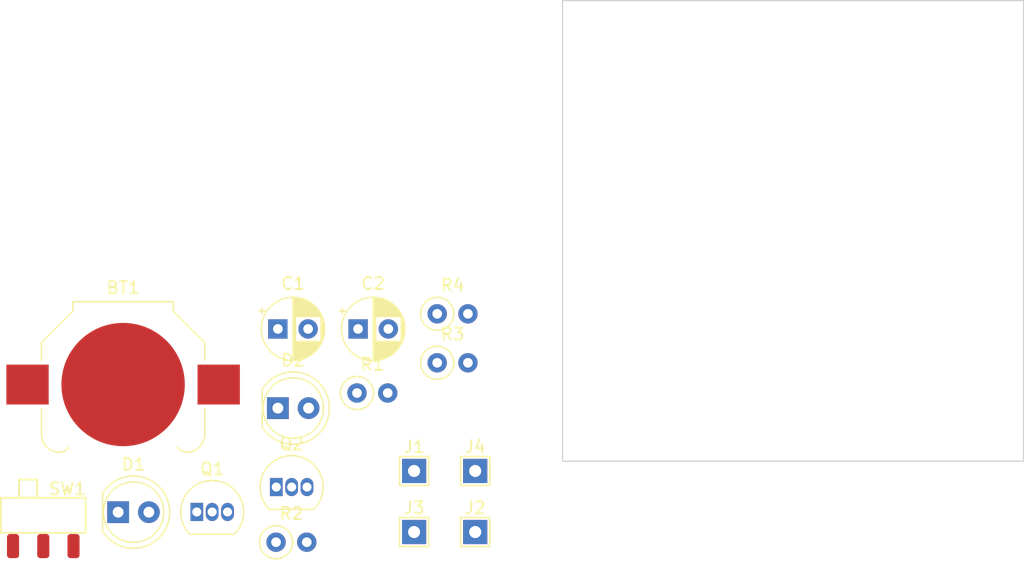
<source format=kicad_pcb>
(kicad_pcb (version 20211014) (generator pcbnew)
  (layers (0 "F.Cu" signal) (31 "B.Cu" signal) (34 "B.Paste" user) (35 "F.Paste" user) (36 "B.SilkS" user "B.Silkscreen") (37 "F.SilkS" user "F.Silkscreen") (38 "B.Mask" user) (39 "F.Mask" user) (44 "Edge.Cuts" user))
  (net 0 "")
  (net 1 "Net-(BT1-Pad1)")
  (net 2 "GND")
  (net 3 "Net-(C1-Pad1)")
  (net 4 "Net-(C2-Pad1)")
  (net 5 "Net-(C1-Pad2)")
  (net 6 "Net-(C2-Pad2)")
  (net 7 "Net-(D1-Pad2)")
  (net 8 "Net-(D2-Pad2)")
  (net 9 "Net-(R1-Pad1)")
  (net 10 "Net-(J1-Pad1)")
  (net 11 "Net-(J4-Pad1)")
  (footprint "LED_THT:LED_D5.0mm" (layer "F.Cu") (at 135.459775 94.98)
    (fp_text reference "D1" (at 1.27 -3.96) (layer "F.SilkS"))
    (fp_text value "LED")
    (fp_line (start -1.29 -1.545) (end -1.29 1.545) (layer "F.SilkS") (width 0.12))
    (fp_arc (start -1.29 -1.54483) (mid 2.072002 -2.880433) (end 4.26 0.000462) (layer "F.SilkS") (width 0.12))
    (fp_arc (start 4.26 -0.000462) (mid 2.072002 2.880433) (end -1.29 1.54483) (layer "F.SilkS") (width 0.12))
    (fp_circle (center 1.27 0) (end 3.77 0) (layer "F.SilkS") (width 0.12) (fill none))
    (pad "1" thru_hole rect (at 0 0) (size 1.8 1.8) (drill 0.9) (layers *.Cu *.Mask) (net 5 "Net-(C1-Pad2)"))
    (pad "2" thru_hole circle (at 2.54 0) (size 1.8 1.8) (drill 0.9) (layers *.Cu *.Mask) (net 7 "Net-(D1-Pad2)"))
  )
  (footprint "Resistor_THT:R_Axial_DIN0207_L6.3mm_D2.5mm_P2.54mm_Vertical" (layer "F.Cu") (at 161.83 82.62)
    (fp_text reference "R3" (at 1.27 -2.37) (layer "F.SilkS"))
    (fp_text value "100kΩ")
    (fp_line (start 1.37 0) (end 1.44 0) (layer "F.SilkS") (width 0.12))
    (fp_circle (center 0 0) (end 1.37 0) (layer "F.SilkS") (width 0.12) (fill none))
    (pad "1" thru_hole circle (at 0 0) (size 1.6 1.6) (drill 0.8) (layers *.Cu *.Mask) (net 9 "Net-(R1-Pad1)"))
    (pad "2" thru_hole oval (at 2.54 0) (size 1.6 1.6) (drill 0.8) (layers *.Cu *.Mask) (net 4 "Net-(C2-Pad1)"))
  )
  (footprint "Capacitor_THT:CP_Radial_D5.0mm_P2.50mm" (layer "F.Cu") (at 155.289775 79.82)
    (fp_text reference "C2" (at 1.25 -3.75) (layer "F.SilkS"))
    (fp_text value "10μF")
    (fp_line (start 3.691 -0.915) (end 3.691 0.915) (layer "F.SilkS") (width 0.12))
    (fp_line (start 2.971 1.04) (end 2.971 1.937) (layer "F.SilkS") (width 0.12))
    (fp_line (start 2.611 -2.2) (end 2.611 -1.04) (layer "F.SilkS") (width 0.12))
    (fp_line (start 1.29 -2.58) (end 1.29 2.58) (layer "F.SilkS") (width 0.12))
    (fp_line (start 1.69 -2.543) (end 1.69 -1.04) (layer "F.SilkS") (width 0.12))
    (fp_line (start 2.531 -2.247) (end 2.531 -1.04) (layer "F.SilkS") (width 0.12))
    (fp_line (start 1.65 1.04) (end 1.65 2.55) (layer "F.SilkS") (width 0.12))
    (fp_line (start 1.93 -2.491) (end 1.93 -1.04) (layer "F.SilkS") (width 0.12))
    (fp_line (start 2.971 -1.937) (end 2.971 -1.04) (layer "F.SilkS") (width 0.12))
    (fp_line (start 2.611 1.04) (end 2.611 2.2) (layer "F.SilkS") (width 0.12))
    (fp_line (start 2.731 -2.122) (end 2.731 -1.04) (layer "F.SilkS") (width 0.12))
    (fp_line (start 2.091 -2.442) (end 2.091 -1.04) (layer "F.SilkS") (width 0.12))
    (fp_line (start 2.171 -2.414) (end 2.171 -1.04) (layer "F.SilkS") (width 0.12))
    (fp_line (start 2.371 1.04) (end 2.371 2.329) (layer "F.SilkS") (width 0.12))
    (fp_line (start 2.811 -2.065) (end 2.811 -1.04) (layer "F.SilkS") (width 0.12))
    (fp_line (start 1.45 -2.573) (end 1.45 2.573) (layer "F.SilkS") (width 0.12))
    (fp_line (start 3.811 -0.518) (end 3.811 0.518) (layer "F.SilkS") (width 0.12))
    (fp_line (start 1.53 1.04) (end 1.53 2.565) (layer "F.SilkS") (width 0.12))
    (fp_line (start 2.771 -2.095) (end 2.771 -1.04) (layer "F.SilkS") (width 0.12))
    (fp_line (start 2.811 1.04) (end 2.811 2.065) (layer "F.SilkS") (width 0.12))
    (fp_line (start 2.331 -2.348) (end 2.331 -1.04) (layer "F.SilkS") (width 0.12))
    (fp_line (start 1.57 1.04) (end 1.57 2.561) (layer "F.SilkS") (width 0.12))
    (fp_line (start 2.131 1.04) (end 2.131 2.428) (layer "F.SilkS") (width 0.12))
    (fp_line (start 1.41 -2.576) (end 1.41 2.576) (layer "F.SilkS") (width 0.12))
    (fp_line (start 3.491 -1.319) (end 3.491 -1.04) (layer "F.SilkS") (width 0.12))
    (fp_line (start 1.971 -2.48) (end 1.971 -1.04) (layer "F.SilkS") (width 0.12))
    (fp_line (start 3.251 -1.653) (end 3.251 -1.04) (layer "F.SilkS") (width 0.12))
    (fp_line (start 3.091 1.04) (end 3.091 1.826) (layer "F.SilkS") (width 0.12))
    (fp_line (start 3.131 -1.785) (end 3.131 -1.04) (layer "F.SilkS") (width 0.12))
    (fp_line (start 2.251 -2.382) (end 2.251 -1.04) (layer "F.SilkS") (width 0.12))
    (fp_line (start 3.531 -1.251) (end 3.531 -1.04) (layer "F.SilkS") (width 0.12))
    (fp_line (start 3.451 -1.383) (end 3.451 -1.04) (layer "F.SilkS") (width 0.12))
    (fp_line (start 2.331 1.04) (end 2.331 2.348) (layer "F.SilkS") (width 0.12))
    (fp_line (start 2.211 1.04) (end 2.211 2.398) (layer "F.SilkS") (width 0.12))
    (fp_line (start 2.651 1.04) (end 2.651 2.175) (layer "F.SilkS") (width 0.12))
    (fp_line (start 3.331 1.04) (end 3.331 1.554) (layer "F.SilkS") (width 0.12))
    (fp_line (start 1.33 -2.579) (end 1.33 2.579) (layer "F.SilkS") (width 0.12))
    (fp_line (start 2.051 -2.455) (end 2.051 -1.04) (layer "F.SilkS") (width 0.12))
    (fp_line (start 2.571 1.04) (end 2.571 2.224) (layer "F.SilkS") (width 0.12))
    (fp_line (start 3.371 1.04) (end 3.371 1.5) (layer "F.SilkS") (width 0.12))
    (fp_line (start 2.171 1.04) (end 2.171 2.414) (layer "F.SilkS") (width 0.12))
    (fp_line (start -1.554775 -1.475) (end -1.054775 -1.475) (layer "F.SilkS") (width 0.12))
    (fp_line (start 1.971 1.04) (end 1.971 2.48) (layer "F.SilkS") (width 0.12))
    (fp_line (start 1.37 -2.578) (end 1.37 2.578) (layer "F.SilkS") (width 0.12))
    (fp_line (start 2.571 -2.224) (end 2.571 -1.04) (layer "F.SilkS") (width 0.12))
    (fp_line (start 2.291 -2.365) (end 2.291 -1.04) (layer "F.SilkS") (width 0.12))
    (fp_line (start 3.211 -1.699) (end 3.211 -1.04) (layer "F.SilkS") (width 0.12))
    (fp_line (start 3.291 -1.605) (end 3.291 -1.04) (layer "F.SilkS") (width 0.12))
    (fp_line (start 1.85 -2.511) (end 1.85 -1.04) (layer "F.SilkS") (width 0.12))
    (fp_line (start 2.451 1.04) (end 2.451 2.29) (layer "F.SilkS") (width 0.12))
    (fp_line (start 2.531 1.04) (end 2.531 2.247) (layer "F.SilkS") (width 0.12))
    (fp_line (start 2.371 -2.329) (end 2.371 -1.04) (layer "F.SilkS") (width 0.12))
    (fp_line (start 1.61 1.04) (end 1.61 2.556) (layer "F.SilkS") (width 0.12))
    (fp_line (start 1.57 -2.561) (end 1.57 -1.04) (layer "F.SilkS") (width 0.12))
    (fp_line (start 3.171 -1.743) (end 3.171 -1.04) (layer "F.SilkS") (width 0.12))
    (fp_line (start 2.691 -2.149) (end 2.691 -1.04) (layer "F.SilkS") (width 0.12))
    (fp_line (start 3.011 1.04) (end 3.011 1.901) (layer "F.SilkS") (width 0.12))
    (fp_line (start 2.491 -2.268) (end 2.491 -1.04) (layer "F.SilkS") (width 0.12))
    (fp_line (start 1.25 -2.58) (end 1.25 2.58) (layer "F.SilkS") (width 0.12))
    (fp_line (start 2.091 1.04) (end 2.091 2.442) (layer "F.SilkS") (width 0.12))
    (fp_line (start 1.77 1.04) (end 1.77 2.528) (layer "F.SilkS") (width 0.12))
    (fp_line (start 3.411 -1.443) (end 3.411 -1.04) (layer "F.SilkS") (width 0.12))
    (fp_line (start 2.891 -2.004) (end 2.891 -1.04) (layer "F.SilkS") (width 0.12))
    (fp_line (start 2.051 1.04) (end 2.051 2.455) (layer "F.SilkS") (width 0.12))
    (fp_line (start 3.531 1.04) (end 3.531 1.251) (layer "F.SilkS") (width 0.12))
    (fp_line (start 3.611 -1.098) (end 3.611 1.098) (layer "F.SilkS") (width 0.12))
    (fp_line (start 2.411 1.04) (end 2.411 2.31) (layer "F.SilkS") (width 0.12))
    (fp_line (start 2.851 -2.035) (end 2.851 -1.04) (layer "F.SilkS") (width 0.12))
    (fp_line (start 2.691 1.04) (end 2.691 2.149) (layer "F.SilkS") (width 0.12))
    (fp_line (start 3.771 -0.677) (end 3.771 0.677) (layer "F.SilkS") (width 0.12))
    (fp_line (start 2.931 1.04) (end 2.931 1.971) (layer "F.SilkS") (width 0.12))
    (fp_line (start 2.131 -2.428) (end 2.131 -1.04) (layer "F.SilkS") (width 0.12))
    (fp_line (start 3.491 1.04) (end 3.491 1.319) (layer "F.SilkS") (width 0.12))
    (fp_line (start 3.171 1.04) (end 3.171 1.743) (layer "F.SilkS") (width 0.12))
    (fp_line (start 3.651 -1.011) (end 3.651 1.011) (layer "F.SilkS") (width 0.12))
    (fp_line (start 2.731 1.04) (end 2.731 2.122) (layer "F.SilkS") (width 0.12))
    (fp_line (start 3.411 1.04) (end 3.411 1.443) (layer "F.SilkS") (width 0.12))
    (fp_line (start 1.77 -2.528) (end 1.77 -1.04) (layer "F.SilkS") (width 0.12))
    (fp_line (start 1.81 -2.52) (end 1.81 -1.04) (layer "F.SilkS") (width 0.12))
    (fp_line (start -1.304775 -1.725) (end -1.304775 -1.225) (layer "F.SilkS") (width 0.12))
    (fp_line (start 1.69 1.04) (end 1.69 2.543) (layer "F.SilkS") (width 0.12))
    (fp_line (start 1.73 -2.536) (end 1.73 -1.04) (layer "F.SilkS") (width 0.12))
    (fp_line (start 3.371 -1.5) (end 3.371 -1.04) (layer "F.SilkS") (width 0.12))
    (fp_line (start 2.411 -2.31) (end 2.411 -1.04) (layer "F.SilkS") (width 0.12))
    (fp_line (start 3.851 -0.284) (end 3.851 0.284) (layer "F.SilkS") (width 0.12))
    (fp_line (start 2.451 -2.29) (end 2.451 -1.04) (layer "F.SilkS") (width 0.12))
    (fp_line (start 1.81 1.04) (end 1.81 2.52) (layer "F.SilkS") (width 0.12))
    (fp_line (start 3.571 -1.178) (end 3.571 1.178) (layer "F.SilkS") (width 0.12))
    (fp_line (start 2.491 1.04) (end 2.491 2.268) (layer "F.SilkS") (width 0.12))
    (fp_line (start 1.53 -2.565) (end 1.53 -1.04) (layer "F.SilkS") (width 0.12))
    (fp_line (start 3.051 1.04) (end 3.051 1.864) (layer "F.SilkS") (width 0.12))
    (fp_line (start 1.73 1.04) (end 1.73 2.536) (layer "F.SilkS") (width 0.12))
    (fp_line (start 2.291 1.04) (end 2.291 2.365) (layer "F.SilkS") (width 0.12))
    (fp_line (start 2.771 1.04) (end 2.771 2.095) (layer "F.SilkS") (width 0.12))
    (fp_line (start 2.211 -2.398) (end 2.211 -1.04) (layer "F.SilkS") (width 0.12))
    (fp_line (start 2.851 1.04) (end 2.851 2.035) (layer "F.SilkS") (width 0.12))
    (fp_line (start 3.331 -1.554) (end 3.331 -1.04) (layer "F.SilkS") (width 0.12))
    (fp_line (start 3.131 1.04) (end 3.131 1.785) (layer "F.SilkS") (width 0.12))
    (fp_line (start 3.091 -1.826) (end 3.091 -1.04) (layer "F.SilkS") (width 0.12))
    (fp_line (start 1.93 1.04) (end 1.93 2.491) (layer "F.SilkS") (width 0.12))
    (fp_line (start 1.49 -2.569) (end 1.49 -1.04) (layer "F.SilkS") (width 0.12))
    (fp_line (start 1.61 -2.556) (end 1.61 -1.04) (layer "F.SilkS") (width 0.12))
    (fp_line (start 2.931 -1.971) (end 2.931 -1.04) (layer "F.SilkS") (width 0.12))
    (fp_line (start 2.891 1.04) (end 2.891 2.004) (layer "F.SilkS") (width 0.12))
    (fp_line (start 2.011 -2.468) (end 2.011 -1.04) (layer "F.SilkS") (width 0.12))
    (fp_line (start 3.291 1.04) (end 3.291 1.605) (layer "F.SilkS") (width 0.12))
    (fp_line (start 1.85 1.04) (end 1.85 2.511) (layer "F.SilkS") (width 0.12))
    (fp_line (start 3.451 1.04) (end 3.451 1.383) (layer "F.SilkS") (width 0.12))
    (fp_line (start 1.49 1.04) (end 1.49 2.569) (layer "F.SilkS") (width 0.12))
    (fp_line (start 2.251 1.04) (end 2.251 2.382) (layer "F.SilkS") (width 0.12))
    (fp_line (start 1.89 -2.501) (end 1.89 -1.04) (layer "F.SilkS") (width 0.12))
    (fp_line (start 3.731 -0.805) (end 3.731 0.805) (layer "F.SilkS") (width 0.12))
    (fp_line (start 3.251 1.04) (end 3.251 1.653) (layer "F.SilkS") (width 0.12))
    (fp_line (start 3.011 -1.901) (end 3.011 -1.04) (layer "F.SilkS") (width 0.12))
    (fp_line (start 2.651 -2.175) (end 2.651 -1.04) (layer "F.SilkS") (width 0.12))
    (fp_line (start 2.011 1.04) (end 2.011 2.468) (layer "F.SilkS") (width 0.12))
    (fp_line (start 3.211 1.04) (end 3.211 1.699) (layer "F.SilkS") (width 0.12))
    (fp_line (start 3.051 -1.864) (end 3.051 -1.04) (layer "F.SilkS") (width 0.12))
    (fp_line (start 1.65 -2.55) (end 1.65 -1.04) (layer "F.SilkS") (width 0.12))
    (fp_line (start 1.89 1.04) (end 1.89 2.501) (layer "F.SilkS") (width 0.12))
    (fp_circle (center 1.25 0) (end 3.87 0) (layer "F.SilkS") (width 0.12) (fill none))
    (pad "1" thru_hole rect (at 0 0) (size 1.6 1.6) (drill 0.8) (layers *.Cu *.Mask) (net 4 "Net-(C2-Pad1)"))
    (pad "2" thru_hole circle (at 2.5 0) (size 1.6 1.6) (drill 0.8) (layers *.Cu *.Mask) (net 6 "Net-(C2-Pad2)"))
  )
  (footprint "TestPoint:TestPoint_THTPad_2.0x2.0mm_Drill1.0mm" (layer "F.Cu") (at 159.92 96.62)
    (property "Reference" "J?")
    (property "Value" "Jumper_1")
    (fp_text reference "J3" (at 0 -1.998) (layer "F.SilkS"))
    (fp_text value "Jumper_1")
    (fp_line (start 1.2 1.2) (end -1.2 1.2) (layer "F.SilkS") (width 0.12))
    (fp_line (start -1.2 -1.2) (end 1.2 -1.2) (layer "F.SilkS") (width 0.12))
    (fp_line (start 1.2 -1.2) (end 1.2 1.2) (layer "F.SilkS") (width 0.12))
    (fp_line (start -1.2 1.2) (end -1.2 -1.2) (layer "F.SilkS") (width 0.12))
    (pad "1" thru_hole rect (at 0 0) (size 2 2) (drill 1) (layers *.Cu *.Mask) (net 4 "Net-(C2-Pad1)"))
  )
  (footprint "Package_TO_SOT_THT:TO-92_Inline" (layer "F.Cu") (at 141.96 94.96)
    (fp_text reference "Q1" (at 1.27 -3.56) (layer "F.SilkS"))
    (fp_text value "2N3904")
    (fp_line (start -0.53 1.85) (end 3.07 1.85) (layer "F.SilkS") (width 0.12))
    (fp_arc (start 1.27 -2.6) (mid 3.672087 -0.994977) (end 3.108478 1.838478) (layer "F.SilkS") (width 0.12))
    (fp_arc (start -0.568478 1.838478) (mid -1.132087 -0.994977) (end 1.27 -2.6) (layer "F.SilkS") (width 0.12))
    (pad "1" thru_hole rect (at 0 0) (size 1.05 1.5) (drill 0.75) (layers *.Cu *.Mask) (net 2 "GND"))
    (pad "2" thru_hole oval (at 1.27 0) (size 1.05 1.5) (drill 0.75) (layers *.Cu *.Mask) (net 10 "Net-(J1-Pad1)"))
    (pad "3" thru_hole oval (at 2.54 0) (size 1.05 1.5) (drill 0.75) (layers *.Cu *.Mask) (net 5 "Net-(C1-Pad2)"))
  )
  (footprint "LED_THT:LED_D5.0mm" (layer "F.Cu") (at 148.659775 86.37)
    (fp_text reference "D2" (at 1.27 -3.96) (layer "F.SilkS"))
    (fp_text value "LED")
    (fp_line (start -1.29 -1.545) (end -1.29 1.545) (layer "F.SilkS") (width 0.12))
    (fp_arc (start -1.29 -1.54483) (mid 2.072002 -2.880433) (end 4.26 0.000462) (layer "F.SilkS") (width 0.12))
    (fp_arc (start 4.26 -0.000462) (mid 2.072002 2.880433) (end -1.29 1.54483) (layer "F.SilkS") (width 0.12))
    (fp_circle (center 1.27 0) (end 3.77 0) (layer "F.SilkS") (width 0.12) (fill none))
    (pad "1" thru_hole rect (at 0 0) (size 1.8 1.8) (drill 0.9) (layers *.Cu *.Mask) (net 6 "Net-(C2-Pad2)"))
    (pad "2" thru_hole circle (at 2.54 0) (size 1.8 1.8) (drill 0.9) (layers *.Cu *.Mask) (net 8 "Net-(D2-Pad2)"))
  )
  (footprint "Resistor_THT:R_Axial_DIN0207_L6.3mm_D2.5mm_P2.54mm_Vertical" (layer "F.Cu") (at 161.83 78.57)
    (fp_text reference "R4" (at 1.27 -2.37) (layer "F.SilkS"))
    (fp_text value "220Ω")
    (fp_line (start 1.37 0) (end 1.44 0) (layer "F.SilkS") (width 0.12))
    (fp_circle (center 0 0) (end 1.37 0) (layer "F.SilkS") (width 0.12) (fill none))
    (pad "1" thru_hole circle (at 0 0) (size 1.6 1.6) (drill 0.8) (layers *.Cu *.Mask) (net 9 "Net-(R1-Pad1)"))
    (pad "2" thru_hole oval (at 2.54 0) (size 1.6 1.6) (drill 0.8) (layers *.Cu *.Mask) (net 8 "Net-(D2-Pad2)"))
  )
  (footprint "Package_TO_SOT_THT:TO-92_Inline" (layer "F.Cu") (at 148.53 92.9)
    (fp_text reference "Q2" (at 1.27 -3.56) (layer "F.SilkS"))
    (fp_text value "2N3904")
    (fp_line (start -0.53 1.85) (end 3.07 1.85) (layer "F.SilkS") (width 0.12))
    (fp_arc (start 1.27 -2.6) (mid 3.672087 -0.994977) (end 3.108478 1.838478) (layer "F.SilkS") (width 0.12))
    (fp_arc (start -0.568478 1.838478) (mid -1.132087 -0.994977) (end 1.27 -2.6) (layer "F.SilkS") (width 0.12))
    (pad "1" thru_hole rect (at 0 0) (size 1.05 1.5) (drill 0.75) (layers *.Cu *.Mask) (net 2 "GND"))
    (pad "2" thru_hole oval (at 1.27 0) (size 1.05 1.5) (drill 0.75) (layers *.Cu *.Mask) (net 11 "Net-(J4-Pad1)"))
    (pad "3" thru_hole oval (at 2.54 0) (size 1.05 1.5) (drill 0.75) (layers *.Cu *.Mask) (net 6 "Net-(C2-Pad2)"))
  )
  (footprint "Battery:BatteryHolder_Keystone_3000_1x12mm" (layer "F.Cu") (at 135.87 84.42)
    (fp_text reference "BT1" (at 0 -8) (layer "F.SilkS"))
    (fp_text value "Battery_Cell")
    (fp_line (start -4.15 -6.85) (end 4.15 -6.85) (layer "F.SilkS") (width 0.12))
    (fp_line (start 4.15 -6.85) (end 4.15 -6.05) (layer "F.SilkS") (width 0.12))
    (fp_line (start -6.75 2) (end -6.75 4.1) (layer "F.SilkS") (width 0.12))
    (fp_line (start 6.75 -3.45) (end 6.75 -2) (layer "F.SilkS") (width 0.12))
    (fp_line (start 6.75 2) (end 6.75 4.1) (layer "F.SilkS") (width 0.12))
    (fp_line (start -6.75 -3.45) (end -4.15 -6.05) (layer "F.SilkS") (width 0.12))
    (fp_line (start 4.15 -6.05) (end 6.75 -3.45) (layer "F.SilkS") (width 0.12))
    (fp_line (start -4.15 -6.05) (end -4.15 -6.85) (layer "F.SilkS") (width 0.12))
    (fp_line (start -6.75 -2) (end -6.75 -3.45) (layer "F.SilkS") (width 0.12))
    (fp_arc (start -4.5 5.2) (mid -4.90584 5.514615) (end -5.414615 5.58416) (layer "F.SilkS") (width 0.12))
    (fp_arc (start 6.75 4.05) (mid 6.346016 5.125305) (end 5.3 5.6) (layer "F.SilkS") (width 0.12))
    (fp_arc (start -5.3 5.6) (mid -6.346016 5.125305) (end -6.75 4.05) (layer "F.SilkS") (width 0.12))
    (fp_arc (start 5.414615 5.58416) (mid 4.90584 5.514615) (end 4.5 5.2) (layer "F.SilkS") (width 0.12))
    (pad "1" smd rect (at 7.9 0) (size 3.5 3.3) (layers "F.Cu" "F.Paste" "F.Mask") (net 1 "Net-(BT1-Pad1)"))
    (pad "1" smd rect (at -7.9 0) (size 3.5 3.3) (layers "F.Cu" "F.Paste" "F.Mask") (net 1 "Net-(BT1-Pad1)"))
    (pad "2" smd circle (at 0 0) (size 10.2 10.2) (layers "F.Cu" "F.Mask") (net 2 "GND"))
  )
  (footprint "TestPoint:TestPoint_THTPad_2.0x2.0mm_Drill1.0mm" (layer "F.Cu") (at 164.97 91.57)
    (fp_text reference "J4" (at 0 -1.998) (layer "F.SilkS"))
    (fp_text value "Jumper_1")
    (fp_line (start 1.2 -1.2) (end 1.2 1.2) (layer "F.SilkS") (width 0.12))
    (fp_line (start -1.2 1.2) (end -1.2 -1.2) (layer "F.SilkS") (width 0.12))
    (fp_line (start -1.2 -1.2) (end 1.2 -1.2) (layer "F.SilkS") (width 0.12))
    (fp_line (start 1.2 1.2) (end -1.2 1.2) (layer "F.SilkS") (width 0.12))
    (pad "1" thru_hole rect (at 0 0) (size 2 2) (drill 1) (layers *.Cu *.Mask) (net 11 "Net-(J4-Pad1)"))
  )
  (footprint "Resistor_THT:R_Axial_DIN0207_L6.3mm_D2.5mm_P2.54mm_Vertical" (layer "F.Cu") (at 148.51 97.46)
    (fp_text reference "R2" (at 1.27 -2.37) (layer "F.SilkS"))
    (fp_text value "100kΩ")
    (fp_line (start 1.37 0) (end 1.44 0) (layer "F.SilkS") (width 0.12))
    (fp_circle (center 0 0) (end 1.37 0) (layer "F.SilkS") (width 0.12) (fill none))
    (pad "1" thru_hole circle (at 0 0) (size 1.6 1.6) (drill 0.8) (layers *.Cu *.Mask) (net 9 "Net-(R1-Pad1)"))
    (pad "2" thru_hole oval (at 2.54 0) (size 1.6 1.6) (drill 0.8) (layers *.Cu *.Mask) (net 3 "Net-(C1-Pad1)"))
  )
  (footprint "Capacitor_THT:CP_Radial_D5.0mm_P2.50mm" (layer "F.Cu") (at 148.659775 79.82)
    (fp_text reference "C1" (at 1.25 -3.75) (layer "F.SilkS"))
    (fp_text value "10μF")
    (fp_line (start 2.251 1.04) (end 2.251 2.382) (layer "F.SilkS") (width 0.12))
    (fp_line (start 3.011 -1.901) (end 3.011 -1.04) (layer "F.SilkS") (width 0.12))
    (fp_line (start 3.571 -1.178) (end 3.571 1.178) (layer "F.SilkS") (width 0.12))
    (fp_line (start 3.411 -1.443) (end 3.411 -1.04) (layer "F.SilkS") (width 0.12))
    (fp_line (start 2.971 1.04) (end 2.971 1.937) (layer "F.SilkS") (width 0.12))
    (fp_line (start 2.091 -2.442) (end 2.091 -1.04) (layer "F.SilkS") (width 0.12))
    (fp_line (start 3.131 1.04) (end 3.131 1.785) (layer "F.SilkS") (width 0.12))
    (fp_line (start 2.011 1.04) (end 2.011 2.468) (layer "F.SilkS") (width 0.12))
    (fp_line (start 2.371 -2.329) (end 2.371 -1.04) (layer "F.SilkS") (width 0.12))
    (fp_line (start 1.69 -2.543) (end 1.69 -1.04) (layer "F.SilkS") (width 0.12))
    (fp_line (start 2.051 1.04) (end 2.051 2.455) (layer "F.SilkS") (width 0.12))
    (fp_line (start 3.291 1.04) (end 3.291 1.605) (layer "F.SilkS") (width 0.12))
    (fp_line (start 1.93 -2.491) (end 1.93 -1.04) (layer "F.SilkS") (width 0.12))
    (fp_line (start 3.131 -1.785) (end 3.131 -1.04) (layer "F.SilkS") (width 0.12))
    (fp_line (start 1.33 -2.579) (end 1.33 2.579) (layer "F.SilkS") (width 0.12))
    (fp_line (start 2.931 -1.971) (end 2.931 -1.04) (layer "F.SilkS") (width 0.12))
    (fp_line (start 2.731 1.04) (end 2.731 2.122) (layer "F.SilkS") (width 0.12))
    (fp_line (start 2.211 -2.398) (end 2.211 -1.04) (layer "F.SilkS") (width 0.12))
    (fp_line (start 2.811 -2.065) (end 2.811 -1.04) (layer "F.SilkS") (width 0.12))
    (fp_line (start 1.57 -2.561) (end 1.57 -1.04) (layer "F.SilkS") (width 0.12))
    (fp_line (start 2.771 1.04) (end 2.771 2.095) (layer "F.SilkS") (width 0.12))
    (fp_line (start 1.61 1.04) (end 1.61 2.556) (layer "F.SilkS") (width 0.12))
    (fp_line (start 3.171 1.04) (end 3.171 1.743) (layer "F.SilkS") (width 0.12))
    (fp_line (start -1.554775 -1.475) (end -1.054775 -1.475) (layer "F.SilkS") (width 0.12))
    (fp_line (start 3.171 -1.743) (end 3.171 -1.04) (layer "F.SilkS") (width 0.12))
    (fp_line (start 3.291 -1.605) (end 3.291 -1.04) (layer "F.SilkS") (width 0.12))
    (fp_line (start 2.491 -2.268) (end 2.491 -1.04) (layer "F.SilkS") (width 0.12))
    (fp_line (start 1.49 1.04) (end 1.49 2.569) (layer "F.SilkS") (width 0.12))
    (fp_line (start 2.971 -1.937) (end 2.971 -1.04) (layer "F.SilkS") (width 0.12))
    (fp_line (start 1.81 1.04) (end 1.81 2.52) (layer "F.SilkS") (width 0.12))
    (fp_line (start 3.531 -1.251) (end 3.531 -1.04) (layer "F.SilkS") (width 0.12))
    (fp_line (start 3.371 1.04) (end 3.371 1.5) (layer "F.SilkS") (width 0.12))
    (fp_line (start 1.89 1.04) (end 1.89 2.501) (layer "F.SilkS") (width 0.12))
    (fp_line (start 2.371 1.04) (end 2.371 2.329) (layer "F.SilkS") (width 0.12))
    (fp_line (start 3.211 1.04) (end 3.211 1.699) (layer "F.SilkS") (width 0.12))
    (fp_line (start 2.011 -2.468) (end 2.011 -1.04) (layer "F.SilkS") (width 0.12))
    (fp_line (start 1.77 -2.528) (end 1.77 -1.04) (layer "F.SilkS") (width 0.12))
    (fp_line (start 2.211 1.04) (end 2.211 2.398) (layer "F.SilkS") (width 0.12))
    (fp_line (start 2.611 1.04) (end 2.611 2.2) (layer "F.SilkS") (width 0.12))
    (fp_line (start -1.304775 -1.725) (end -1.304775 -1.225) (layer "F.SilkS") (width 0.12))
    (fp_line (start 1.49 -2.569) (end 1.49 -1.04) (layer "F.SilkS") (width 0.12))
    (fp_line (start 1.65 -2.55) (end 1.65 -1.04) (layer "F.SilkS") (width 0.12))
    (fp_line (start 1.73 1.04) (end 1.73 2.536) (layer "F.SilkS") (width 0.12))
    (fp_line (start 2.091 1.04) (end 2.091 2.442) (layer "F.SilkS") (width 0.12))
    (fp_line (start 3.491 1.04) (end 3.491 1.319) (layer "F.SilkS") (width 0.12))
    (fp_line (start 2.131 1.04) (end 2.131 2.428) (layer "F.SilkS") (width 0.12))
    (fp_line (start 1.89 -2.501) (end 1.89 -1.04) (layer "F.SilkS") (width 0.12))
    (fp_line (start 2.531 -2.247) (end 2.531 -1.04) (layer "F.SilkS") (width 0.12))
    (fp_line (start 3.051 1.04) (end 3.051 1.864) (layer "F.SilkS") (width 0.12))
    (fp_line (start 2.571 1.04) (end 2.571 2.224) (layer "F.SilkS") (width 0.12))
    (fp_line (start 1.971 1.04) (end 1.971 2.48) (layer "F.SilkS") (width 0.12))
    (fp_line (start 2.331 -2.348) (end 2.331 -1.04) (layer "F.SilkS") (width 0.12))
    (fp_line (start 1.29 -2.58) (end 1.29 2.58) (layer "F.SilkS") (width 0.12))
    (fp_line (start 3.771 -0.677) (end 3.771 0.677) (layer "F.SilkS") (width 0.12))
    (fp_line (start 2.891 1.04) (end 2.891 2.004) (layer "F.SilkS") (width 0.12))
    (fp_line (start 3.251 -1.653) (end 3.251 -1.04) (layer "F.SilkS") (width 0.12))
    (fp_line (start 2.411 -2.31) (end 2.411 -1.04) (layer "F.SilkS") (width 0.12))
    (fp_line (start 3.451 1.04) (end 3.451 1.383) (layer "F.SilkS") (width 0.12))
    (fp_line (start 1.61 -2.556) (end 1.61 -1.04) (layer "F.SilkS") (width 0.12))
    (fp_line (start 3.491 -1.319) (end 3.491 -1.04) (layer "F.SilkS") (width 0.12))
    (fp_line (start 2.291 -2.365) (end 2.291 -1.04) (layer "F.SilkS") (width 0.12))
    (fp_line (start 2.691 -2.149) (end 2.691 -1.04) (layer "F.SilkS") (width 0.12))
    (fp_line (start 3.651 -1.011) (end 3.651 1.011) (layer "F.SilkS") (width 0.12))
    (fp_line (start 2.531 1.04) (end 2.531 2.247) (layer "F.SilkS") (width 0.12))
    (fp_line (start 3.091 1.04) (end 3.091 1.826) (layer "F.SilkS") (width 0.12))
    (fp_line (start 1.85 1.04) (end 1.85 2.511) (layer "F.SilkS") (width 0.12))
    (fp_line (start 2.411 1.04) (end 2.411 2.31) (layer "F.SilkS") (width 0.12))
    (fp_line (start 2.331 1.04) (end 2.331 2.348) (layer "F.SilkS") (width 0.12))
    (fp_line (start 2.451 1.04) (end 2.451 2.29) (layer "F.SilkS") (width 0.12))
    (fp_line (start 2.171 -2.414) (end 2.171 -1.04) (layer "F.SilkS") (width 0.12))
    (fp_line (start 2.651 1.04) (end 2.651 2.175) (layer "F.SilkS") (width 0.12))
    (fp_line (start 1.25 -2.58) (end 1.25 2.58) (layer "F.SilkS") (width 0.12))
    (fp_line (start 1.77 1.04) (end 1.77 2.528) (layer "F.SilkS") (width 0.12))
    (fp_line (start 1.41 -2.576) (end 1.41 2.576) (layer "F.SilkS") (width 0.12))
    (fp_line (start 3.731 -0.805) (end 3.731 0.805) (layer "F.SilkS") (width 0.12))
    (fp_line (start 1.73 -2.536) (end 1.73 -1.04) (layer "F.SilkS") (width 0.12))
    (fp_line (start 2.251 -2.382) (end 2.251 -1.04) (layer "F.SilkS") (width 0.12))
    (fp_line (start 1.53 1.04) (end 1.53 2.565) (layer "F.SilkS") (width 0.12))
    (fp_line (start 2.851 -2.035) (end 2.851 -1.04) (layer "F.SilkS") (width 0.12))
    (fp_line (start 1.85 -2.511) (end 1.85 -1.04) (layer "F.SilkS") (width 0.12))
    (fp_line (start 2.691 1.04) (end 2.691 2.149) (layer "F.SilkS") (width 0.12))
    (fp_line (start 3.331 -1.554) (end 3.331 -1.04) (layer "F.SilkS") (width 0.12))
    (fp_line (start 1.57 1.04) (end 1.57 2.561) (layer "F.SilkS") (width 0.12))
    (fp_line (start 1.65 1.04) (end 1.65 2.55) (layer "F.SilkS") (width 0.12))
    (fp_line (start 3.611 -1.098) (end 3.611 1.098) (layer "F.SilkS") (width 0.12))
    (fp_line (start 3.371 -1.5) (end 3.371 -1.04) (layer "F.SilkS") (width 0.12))
    (fp_line (start 3.251 1.04) (end 3.251 1.653) (layer "F.SilkS") (width 0.12))
    (fp_line (start 3.691 -0.915) (end 3.691 0.915) (layer "F.SilkS") (width 0.12))
    (fp_line (start 3.851 -0.284) (end 3.851 0.284) (layer "F.SilkS") (width 0.12))
    (fp_line (start 1.81 -2.52) (end 1.81 -1.04) (layer "F.SilkS") (width 0.12))
    (fp_line (start 2.771 -2.095) (end 2.771 -1.04) (layer "F.SilkS") (width 0.12))
    (fp_line (start 2.571 -2.224) (end 2.571 -1.04) (layer "F.SilkS") (width 0.12))
    (fp_line (start 3.211 -1.699) (end 3.211 -1.04) (layer "F.SilkS") (width 0.12))
    (fp_line (start 3.091 -1.826) (end 3.091 -1.04) (layer "F.SilkS") (width 0.12))
    (fp_line (start 2.171 1.04) (end 2.171 2.414) (layer "F.SilkS") (width 0.12))
    (fp_line (start 3.811 -0.518) (end 3.811 0.518) (layer "F.SilkS") (width 0.12))
    (fp_line (start 2.451 -2.29) (end 2.451 -1.04) (layer "F.SilkS") (width 0.12))
    (fp_line (start 2.891 -2.004) (end 2.891 -1.04) (layer "F.SilkS") (width 0.12))
    (fp_line (start 2.491 1.04) (end 2.491 2.268) (layer "F.SilkS") (width 0.12))
    (fp_line (start 1.93 1.04) (end 1.93 2.491) (layer "F.SilkS") (width 0.12))
    (fp_line (start 3.451 -1.383) (end 3.451 -1.04) (layer "F.SilkS") (width 0.12))
    (fp_line (start 3.411 1.04) (end 3.411 1.443) (layer "F.SilkS") (width 0.12))
    (fp_line (start 3.331 1.04) (end 3.331 1.554) (layer "F.SilkS") (width 0.12))
    (fp_line (start 3.051 -1.864) (end 3.051 -1.04) (layer "F.SilkS") (width 0.12))
    (fp_line (start 1.69 1.04) (end 1.69 2.543) (layer "F.SilkS") (width 0.12))
    (fp_line (start 2.851 1.04) (end 2.851 2.035) (layer "F.SilkS") (width 0.12))
    (fp_line (start 1.45 -2.573) (end 1.45 2.573) (layer "F.SilkS") (width 0.12))
    (fp_line (start 2.731 -2.122) (end 2.731 -1.04) (layer "F.SilkS") (width 0.12))
    (fp_line (start 1.37 -2.578) (end 1.37 2.578) (layer "F.SilkS") (width 0.12))
    (fp_line (start 3.011 1.04) (end 3.011 1.901) (layer "F.SilkS") (width 0.12))
    (fp_line (start 1.53 -2.565) (end 1.53 -1.04) (layer "F.SilkS") (width 0.12))
    (fp_line (start 1.971 -2.48) (end 1.971 -1.04) (layer "F.SilkS") (width 0.12))
    (fp_line (start 2.291 1.04) (end 2.291 2.365) (layer "F.SilkS") (width 0.12))
    (fp_line (start 2.811 1.04) (end 2.811 2.065) (layer "F.SilkS") (width 0.12))
    (fp_line (start 2.611 -2.2) (end 2.611 -1.04) (layer "F.SilkS") (width 0.12))
    (fp_line (start 3.531 1.04) (end 3.531 1.251) (layer "F.SilkS") (width 0.12))
    (fp_line (start 2.131 -2.428) (end 2.131 -1.04) (layer "F.SilkS") (width 0.12))
    (fp_line (start 2.651 -2.175) (end 2.651 -1.04) (layer "F.SilkS") (width 0.12))
    (fp_line (start 2.051 -2.455) (end 2.051 -1.04) (layer "F.SilkS") (width 0.12))
    (fp_line (start 2.931 1.04) (end 2.931 1.971) (layer "F.SilkS") (width 0.12))
    (fp_circle (center 1.25 0) (end 3.87 0) (layer "F.SilkS") (width 0.12) (fill none))
    (pad "1" thru_hole rect (at 0 0) (size 1.6 1.6) (drill 0.8) (layers *.Cu *.Mask) (net 3 "Net-(C1-Pad1)"))
    (pad "2" thru_hole circle (at 2.5 0) (size 1.6 1.6) (drill 0.8) (layers *.Cu *.Mask) (net 5 "Net-(C1-Pad2)"))
  )
  (footprint "Resistor_THT:R_Axial_DIN0207_L6.3mm_D2.5mm_P2.54mm_Vertical" (layer "F.Cu") (at 155.2 85.12)
    (fp_text reference "R1" (at 1.27 -2.37) (layer "F.SilkS"))
    (fp_text value "220Ω")
    (fp_line (start 1.37 0) (end 1.44 0) (layer "F.SilkS") (width 0.12))
    (fp_circle (center 0 0) (end 1.37 0) (layer "F.SilkS") (width 0.12) (fill none))
    (pad "1" thru_hole circle (at 0 0) (size 1.6 1.6) (drill 0.8) (layers *.Cu *.Mask) (net 9 "Net-(R1-Pad1)"))
    (pad "2" thru_hole oval (at 2.54 0) (size 1.6 1.6) (drill 0.8) (layers *.Cu *.Mask) (net 7 "Net-(D1-Pad2)"))
  )
  (footprint "TestPoint:TestPoint_THTPad_2.0x2.0mm_Drill1.0mm" (layer "F.Cu") (at 164.97 96.62)
    (fp_text reference "J2" (at 0 -1.998) (layer "F.SilkS"))
    (fp_text value "Jumper_1")
    (fp_line (start -1.2 -1.2) (end 1.2 -1.2) (layer "F.SilkS") (width 0.12))
    (fp_line (start -1.2 1.2) (end -1.2 -1.2) (layer "F.SilkS") (width 0.12))
    (fp_line (start 1.2 1.2) (end -1.2 1.2) (layer "F.SilkS") (width 0.12))
    (fp_line (start 1.2 -1.2) (end 1.2 1.2) (layer "F.SilkS") (width 0.12))
    (pad "1" thru_hole rect (at 0 0) (size 2 2) (drill 1) (layers *.Cu *.Mask) (net 3 "Net-(C1-Pad1)"))
  )
  (footprint "Blinky_ZAM:SSK-1202" (layer "F.Cu") (at 129.271201 97.781199)
    (fp_text reference "SW1" (at 1.99 -4.73 unlocked) (layer "F.SilkS"))
    (fp_text value "SW_SPST")
    (fp_rect (start -3.500001 -1.1) (end 3.500001 -4) (layer "F.SilkS") (width 0.1524) (fill none))
    (fp_rect (start -2 -5.499999) (end -0.5 -4) (layer "F.SilkS") (width 0.1524) (fill none))
    (pad "" np_thru_hole circle (at 1.5 -2.75) (size 0.8 0.8) (drill 0.8) (layers F&B.Cu *.Mask))
    (pad "" np_thru_hole circle (at -1.5 -2.75) (size 0.8 0.8) (drill 0.8) (layers F&B.Cu *.Mask))
    (pad "1" smd roundrect (at -2.5 0) (size 1 2) (layers "F.Cu" "F.Paste" "F.Mask") (net 1 "Net-(BT1-Pad1)"))
    (pad "2" smd roundrect (at 0 0) (size 1 2) (layers "F.Cu" "F.Paste" "F.Mask") (net 9 "Net-(R1-Pad1)"))
    (pad "3" smd roundrect (at 2.5 0) (size 1 2) (layers "F.Cu" "F.Paste" "F.Mask"))
  )
  (footprint "TestPoint:TestPoint_THTPad_2.0x2.0mm_Drill1.0mm" (layer "F.Cu") (at 159.92 91.57)
    (fp_text reference "J1" (at 0 -1.998) (layer "F.SilkS"))
    (fp_text value "Jumper_1")
    (fp_line (start -1.2 1.2) (end -1.2 -1.2) (layer "F.SilkS") (width 0.12))
    (fp_line (start 1.2 -1.2) (end 1.2 1.2) (layer "F.SilkS") (width 0.12))
    (fp_line (start 1.2 1.2) (end -1.2 1.2) (layer "F.SilkS") (width 0.12))
    (fp_line (start -1.2 -1.2) (end 1.2 -1.2) (layer "F.SilkS") (width 0.12))
    (pad "1" thru_hole rect (at 0 0) (size 2 2) (drill 1) (layers *.Cu *.Mask) (net 10 "Net-(J1-Pad1)"))
  )
  (gr_rect (start 172.19 52.66) (end 210.29 90.76) (layer "Edge.Cuts") (width 0.1) (fill none))
)
</source>
